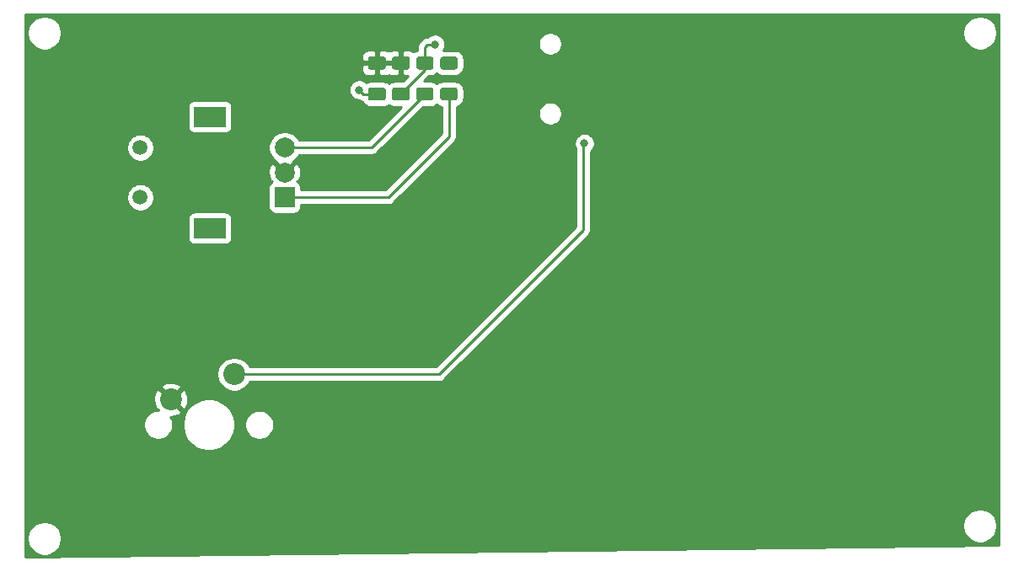
<source format=gtl>
G04 #@! TF.GenerationSoftware,KiCad,Pcbnew,(5.1.7)-1*
G04 #@! TF.CreationDate,2020-11-24T00:17:57-08:00*
G04 #@! TF.ProjectId,daughter_board,64617567-6874-4657-925f-626f6172642e,rev?*
G04 #@! TF.SameCoordinates,Original*
G04 #@! TF.FileFunction,Copper,L1,Top*
G04 #@! TF.FilePolarity,Positive*
%FSLAX46Y46*%
G04 Gerber Fmt 4.6, Leading zero omitted, Abs format (unit mm)*
G04 Created by KiCad (PCBNEW (5.1.7)-1) date 2020-11-24 00:17:57*
%MOMM*%
%LPD*%
G01*
G04 APERTURE LIST*
G04 #@! TA.AperFunction,ComponentPad*
%ADD10C,2.200000*%
G04 #@! TD*
G04 #@! TA.AperFunction,ComponentPad*
%ADD11C,1.500000*%
G04 #@! TD*
G04 #@! TA.AperFunction,ComponentPad*
%ADD12R,3.200000X2.000000*%
G04 #@! TD*
G04 #@! TA.AperFunction,ComponentPad*
%ADD13C,2.000000*%
G04 #@! TD*
G04 #@! TA.AperFunction,ComponentPad*
%ADD14R,2.000000X2.000000*%
G04 #@! TD*
G04 #@! TA.AperFunction,ViaPad*
%ADD15C,0.800000*%
G04 #@! TD*
G04 #@! TA.AperFunction,Conductor*
%ADD16C,0.250000*%
G04 #@! TD*
G04 #@! TA.AperFunction,Conductor*
%ADD17C,0.254000*%
G04 #@! TD*
G04 #@! TA.AperFunction,Conductor*
%ADD18C,0.100000*%
G04 #@! TD*
G04 APERTURE END LIST*
G04 #@! TA.AperFunction,SMDPad,CuDef*
G36*
G01*
X161051002Y-75377000D02*
X159750998Y-75377000D01*
G75*
G02*
X159501000Y-75127002I0J249998D01*
G01*
X159501000Y-74301998D01*
G75*
G02*
X159750998Y-74052000I249998J0D01*
G01*
X161051002Y-74052000D01*
G75*
G02*
X161301000Y-74301998I0J-249998D01*
G01*
X161301000Y-75127002D01*
G75*
G02*
X161051002Y-75377000I-249998J0D01*
G01*
G37*
G04 #@! TD.AperFunction*
G04 #@! TA.AperFunction,SMDPad,CuDef*
G36*
G01*
X161051002Y-72252000D02*
X159750998Y-72252000D01*
G75*
G02*
X159501000Y-72002002I0J249998D01*
G01*
X159501000Y-71176998D01*
G75*
G02*
X159750998Y-70927000I249998J0D01*
G01*
X161051002Y-70927000D01*
G75*
G02*
X161301000Y-71176998I0J-249998D01*
G01*
X161301000Y-72002002D01*
G75*
G02*
X161051002Y-72252000I-249998J0D01*
G01*
G37*
G04 #@! TD.AperFunction*
G04 #@! TA.AperFunction,SMDPad,CuDef*
G36*
G01*
X163464002Y-72252000D02*
X162163998Y-72252000D01*
G75*
G02*
X161914000Y-72002002I0J249998D01*
G01*
X161914000Y-71176998D01*
G75*
G02*
X162163998Y-70927000I249998J0D01*
G01*
X163464002Y-70927000D01*
G75*
G02*
X163714000Y-71176998I0J-249998D01*
G01*
X163714000Y-72002002D01*
G75*
G02*
X163464002Y-72252000I-249998J0D01*
G01*
G37*
G04 #@! TD.AperFunction*
G04 #@! TA.AperFunction,SMDPad,CuDef*
G36*
G01*
X163464002Y-75377000D02*
X162163998Y-75377000D01*
G75*
G02*
X161914000Y-75127002I0J249998D01*
G01*
X161914000Y-74301998D01*
G75*
G02*
X162163998Y-74052000I249998J0D01*
G01*
X163464002Y-74052000D01*
G75*
G02*
X163714000Y-74301998I0J-249998D01*
G01*
X163714000Y-75127002D01*
G75*
G02*
X163464002Y-75377000I-249998J0D01*
G01*
G37*
G04 #@! TD.AperFunction*
G04 #@! TA.AperFunction,SMDPad,CuDef*
G36*
G01*
X168265001Y-75352000D02*
X167014999Y-75352000D01*
G75*
G02*
X166765000Y-75102001I0J249999D01*
G01*
X166765000Y-74301999D01*
G75*
G02*
X167014999Y-74052000I249999J0D01*
G01*
X168265001Y-74052000D01*
G75*
G02*
X168515000Y-74301999I0J-249999D01*
G01*
X168515000Y-75102001D01*
G75*
G02*
X168265001Y-75352000I-249999J0D01*
G01*
G37*
G04 #@! TD.AperFunction*
G04 #@! TA.AperFunction,SMDPad,CuDef*
G36*
G01*
X168265001Y-72252000D02*
X167014999Y-72252000D01*
G75*
G02*
X166765000Y-72002001I0J249999D01*
G01*
X166765000Y-71201999D01*
G75*
G02*
X167014999Y-70952000I249999J0D01*
G01*
X168265001Y-70952000D01*
G75*
G02*
X168515000Y-71201999I0J-249999D01*
G01*
X168515000Y-72002001D01*
G75*
G02*
X168265001Y-72252000I-249999J0D01*
G01*
G37*
G04 #@! TD.AperFunction*
G04 #@! TA.AperFunction,SMDPad,CuDef*
G36*
G01*
X165852001Y-72252000D02*
X164601999Y-72252000D01*
G75*
G02*
X164352000Y-72002001I0J249999D01*
G01*
X164352000Y-71201999D01*
G75*
G02*
X164601999Y-70952000I249999J0D01*
G01*
X165852001Y-70952000D01*
G75*
G02*
X166102000Y-71201999I0J-249999D01*
G01*
X166102000Y-72002001D01*
G75*
G02*
X165852001Y-72252000I-249999J0D01*
G01*
G37*
G04 #@! TD.AperFunction*
G04 #@! TA.AperFunction,SMDPad,CuDef*
G36*
G01*
X165852001Y-75352000D02*
X164601999Y-75352000D01*
G75*
G02*
X164352000Y-75102001I0J249999D01*
G01*
X164352000Y-74301999D01*
G75*
G02*
X164601999Y-74052000I249999J0D01*
G01*
X165852001Y-74052000D01*
G75*
G02*
X166102000Y-74301999I0J-249999D01*
G01*
X166102000Y-75102001D01*
G75*
G02*
X165852001Y-75352000I-249999J0D01*
G01*
G37*
G04 #@! TD.AperFunction*
D10*
X146050000Y-102870000D03*
X139700000Y-105410000D03*
D11*
X136630000Y-80090000D03*
X136630000Y-85090000D03*
D12*
X143630000Y-76990000D03*
X143630000Y-88190000D03*
D13*
X151130000Y-80090000D03*
X151130000Y-82590000D03*
D14*
X151130000Y-85090000D03*
D15*
X158623000Y-74295000D03*
X167640000Y-71602000D03*
X174498000Y-78232000D03*
X166243000Y-69723000D03*
X181250000Y-79660000D03*
D16*
X160401000Y-74714500D02*
X159423500Y-74714500D01*
X159042500Y-74714500D02*
X158623000Y-74295000D01*
X160401000Y-74714500D02*
X159042500Y-74714500D01*
X162814000Y-71589500D02*
X160401000Y-71589500D01*
X151130000Y-82590000D02*
X151805000Y-82590000D01*
X162814000Y-74714500D02*
X162814000Y-74676000D01*
X165227000Y-72263000D02*
X165227000Y-71602000D01*
X162814000Y-74676000D02*
X165227000Y-72263000D01*
X166243000Y-69723000D02*
X165481000Y-69723000D01*
X165227000Y-69977000D02*
X165227000Y-71602000D01*
X165481000Y-69723000D02*
X165227000Y-69977000D01*
X151130000Y-85090000D02*
X161544000Y-85090000D01*
X167640000Y-78994000D02*
X167640000Y-74702000D01*
X161544000Y-85090000D02*
X167640000Y-78994000D01*
X151130000Y-85090000D02*
X151130000Y-84709000D01*
X151130000Y-85090000D02*
X151511000Y-85090000D01*
X151130000Y-85090000D02*
X152146000Y-85090000D01*
X159839000Y-80090000D02*
X165227000Y-74702000D01*
X151130000Y-80090000D02*
X159839000Y-80090000D01*
X151130000Y-80090000D02*
X151972000Y-80090000D01*
X146050000Y-102870000D02*
X166624000Y-102870000D01*
X166624000Y-102870000D02*
X181102000Y-88392000D01*
X181102000Y-79808000D02*
X181250000Y-79660000D01*
X181102000Y-88392000D02*
X181102000Y-79808000D01*
D17*
X222860000Y-114332418D02*
X222860001Y-114332428D01*
X222860000Y-119998408D01*
X125120000Y-121251484D01*
X125120000Y-119209117D01*
X125265000Y-119209117D01*
X125265000Y-119550883D01*
X125331675Y-119886081D01*
X125462463Y-120201831D01*
X125652337Y-120485998D01*
X125894002Y-120727663D01*
X126178169Y-120917537D01*
X126493919Y-121048325D01*
X126829117Y-121115000D01*
X127170883Y-121115000D01*
X127506081Y-121048325D01*
X127821831Y-120917537D01*
X128105998Y-120727663D01*
X128347663Y-120485998D01*
X128537537Y-120201831D01*
X128668325Y-119886081D01*
X128735000Y-119550883D01*
X128735000Y-119209117D01*
X128668325Y-118873919D01*
X128537537Y-118558169D01*
X128347663Y-118274002D01*
X128105998Y-118032337D01*
X127966485Y-117939117D01*
X219245000Y-117939117D01*
X219245000Y-118280883D01*
X219311675Y-118616081D01*
X219442463Y-118931831D01*
X219632337Y-119215998D01*
X219874002Y-119457663D01*
X220158169Y-119647537D01*
X220473919Y-119778325D01*
X220809117Y-119845000D01*
X221150883Y-119845000D01*
X221486081Y-119778325D01*
X221801831Y-119647537D01*
X222085998Y-119457663D01*
X222327663Y-119215998D01*
X222517537Y-118931831D01*
X222648325Y-118616081D01*
X222715000Y-118280883D01*
X222715000Y-117939117D01*
X222648325Y-117603919D01*
X222517537Y-117288169D01*
X222327663Y-117004002D01*
X222085998Y-116762337D01*
X221801831Y-116572463D01*
X221486081Y-116441675D01*
X221150883Y-116375000D01*
X220809117Y-116375000D01*
X220473919Y-116441675D01*
X220158169Y-116572463D01*
X219874002Y-116762337D01*
X219632337Y-117004002D01*
X219442463Y-117288169D01*
X219311675Y-117603919D01*
X219245000Y-117939117D01*
X127966485Y-117939117D01*
X127821831Y-117842463D01*
X127506081Y-117711675D01*
X127170883Y-117645000D01*
X126829117Y-117645000D01*
X126493919Y-117711675D01*
X126178169Y-117842463D01*
X125894002Y-118032337D01*
X125652337Y-118274002D01*
X125462463Y-118558169D01*
X125331675Y-118873919D01*
X125265000Y-119209117D01*
X125120000Y-119209117D01*
X125120000Y-107803740D01*
X136945000Y-107803740D01*
X136945000Y-108096260D01*
X137002068Y-108383158D01*
X137114010Y-108653411D01*
X137276525Y-108896632D01*
X137483368Y-109103475D01*
X137726589Y-109265990D01*
X137996842Y-109377932D01*
X138283740Y-109435000D01*
X138576260Y-109435000D01*
X138863158Y-109377932D01*
X139133411Y-109265990D01*
X139376632Y-109103475D01*
X139583475Y-108896632D01*
X139745990Y-108653411D01*
X139857932Y-108383158D01*
X139915000Y-108096260D01*
X139915000Y-107803740D01*
X139892471Y-107690475D01*
X140875000Y-107690475D01*
X140875000Y-108209525D01*
X140976261Y-108718601D01*
X141174893Y-109198141D01*
X141463262Y-109629715D01*
X141830285Y-109996738D01*
X142261859Y-110285107D01*
X142741399Y-110483739D01*
X143250475Y-110585000D01*
X143769525Y-110585000D01*
X144278601Y-110483739D01*
X144758141Y-110285107D01*
X145189715Y-109996738D01*
X145556738Y-109629715D01*
X145845107Y-109198141D01*
X146043739Y-108718601D01*
X146145000Y-108209525D01*
X146145000Y-107803740D01*
X147105000Y-107803740D01*
X147105000Y-108096260D01*
X147162068Y-108383158D01*
X147274010Y-108653411D01*
X147436525Y-108896632D01*
X147643368Y-109103475D01*
X147886589Y-109265990D01*
X148156842Y-109377932D01*
X148443740Y-109435000D01*
X148736260Y-109435000D01*
X149023158Y-109377932D01*
X149293411Y-109265990D01*
X149536632Y-109103475D01*
X149743475Y-108896632D01*
X149905990Y-108653411D01*
X150017932Y-108383158D01*
X150075000Y-108096260D01*
X150075000Y-107803740D01*
X150017932Y-107516842D01*
X149905990Y-107246589D01*
X149743475Y-107003368D01*
X149536632Y-106796525D01*
X149293411Y-106634010D01*
X149023158Y-106522068D01*
X148736260Y-106465000D01*
X148443740Y-106465000D01*
X148156842Y-106522068D01*
X147886589Y-106634010D01*
X147643368Y-106796525D01*
X147436525Y-107003368D01*
X147274010Y-107246589D01*
X147162068Y-107516842D01*
X147105000Y-107803740D01*
X146145000Y-107803740D01*
X146145000Y-107690475D01*
X146043739Y-107181399D01*
X145845107Y-106701859D01*
X145556738Y-106270285D01*
X145189715Y-105903262D01*
X144758141Y-105614893D01*
X144278601Y-105416261D01*
X143769525Y-105315000D01*
X143250475Y-105315000D01*
X142741399Y-105416261D01*
X142261859Y-105614893D01*
X141830285Y-105903262D01*
X141463262Y-106270285D01*
X141174893Y-106701859D01*
X140976261Y-107181399D01*
X140875000Y-107690475D01*
X139892471Y-107690475D01*
X139857932Y-107516842D01*
X139745990Y-107246589D01*
X139679650Y-107147304D01*
X139758639Y-107152409D01*
X140097439Y-107107489D01*
X140420966Y-106997336D01*
X140619274Y-106891338D01*
X140727107Y-106616712D01*
X139700000Y-105589605D01*
X139685858Y-105603748D01*
X139506253Y-105424143D01*
X139520395Y-105410000D01*
X139879605Y-105410000D01*
X140906712Y-106437107D01*
X141181338Y-106329274D01*
X141332216Y-106022616D01*
X141420369Y-105692415D01*
X141442409Y-105351361D01*
X141397489Y-105012561D01*
X141287336Y-104689034D01*
X141181338Y-104490726D01*
X140906712Y-104382893D01*
X139879605Y-105410000D01*
X139520395Y-105410000D01*
X138493288Y-104382893D01*
X138218662Y-104490726D01*
X138067784Y-104797384D01*
X137979631Y-105127585D01*
X137957591Y-105468639D01*
X138002511Y-105807439D01*
X138112664Y-106130966D01*
X138218662Y-106329274D01*
X138493286Y-106437106D01*
X138465392Y-106465000D01*
X138283740Y-106465000D01*
X137996842Y-106522068D01*
X137726589Y-106634010D01*
X137483368Y-106796525D01*
X137276525Y-107003368D01*
X137114010Y-107246589D01*
X137002068Y-107516842D01*
X136945000Y-107803740D01*
X125120000Y-107803740D01*
X125120000Y-104203288D01*
X138672893Y-104203288D01*
X139700000Y-105230395D01*
X140727107Y-104203288D01*
X140619274Y-103928662D01*
X140312616Y-103777784D01*
X139982415Y-103689631D01*
X139641361Y-103667591D01*
X139302561Y-103712511D01*
X138979034Y-103822664D01*
X138780726Y-103928662D01*
X138672893Y-104203288D01*
X125120000Y-104203288D01*
X125120000Y-102699117D01*
X144315000Y-102699117D01*
X144315000Y-103040883D01*
X144381675Y-103376081D01*
X144512463Y-103691831D01*
X144702337Y-103975998D01*
X144944002Y-104217663D01*
X145228169Y-104407537D01*
X145543919Y-104538325D01*
X145879117Y-104605000D01*
X146220883Y-104605000D01*
X146556081Y-104538325D01*
X146871831Y-104407537D01*
X147155998Y-104217663D01*
X147397663Y-103975998D01*
X147587537Y-103691831D01*
X147613148Y-103630000D01*
X166586678Y-103630000D01*
X166624000Y-103633676D01*
X166661322Y-103630000D01*
X166661333Y-103630000D01*
X166772986Y-103619003D01*
X166916247Y-103575546D01*
X167048276Y-103504974D01*
X167164001Y-103410001D01*
X167187804Y-103380997D01*
X181613004Y-88955798D01*
X181642001Y-88932001D01*
X181668332Y-88899917D01*
X181736974Y-88816277D01*
X181807546Y-88684247D01*
X181807546Y-88684246D01*
X181851003Y-88540986D01*
X181862000Y-88429333D01*
X181862000Y-88429323D01*
X181865676Y-88392000D01*
X181862000Y-88354677D01*
X181862000Y-80495858D01*
X181909774Y-80463937D01*
X182053937Y-80319774D01*
X182167205Y-80150256D01*
X182245226Y-79961898D01*
X182285000Y-79761939D01*
X182285000Y-79558061D01*
X182245226Y-79358102D01*
X182167205Y-79169744D01*
X182053937Y-79000226D01*
X181909774Y-78856063D01*
X181740256Y-78742795D01*
X181551898Y-78664774D01*
X181351939Y-78625000D01*
X181148061Y-78625000D01*
X180948102Y-78664774D01*
X180759744Y-78742795D01*
X180590226Y-78856063D01*
X180446063Y-79000226D01*
X180332795Y-79169744D01*
X180254774Y-79358102D01*
X180215000Y-79558061D01*
X180215000Y-79761939D01*
X180254774Y-79961898D01*
X180332795Y-80150256D01*
X180342001Y-80164034D01*
X180342000Y-88077198D01*
X166309199Y-102110000D01*
X147613148Y-102110000D01*
X147587537Y-102048169D01*
X147397663Y-101764002D01*
X147155998Y-101522337D01*
X146871831Y-101332463D01*
X146556081Y-101201675D01*
X146220883Y-101135000D01*
X145879117Y-101135000D01*
X145543919Y-101201675D01*
X145228169Y-101332463D01*
X144944002Y-101522337D01*
X144702337Y-101764002D01*
X144512463Y-102048169D01*
X144381675Y-102363919D01*
X144315000Y-102699117D01*
X125120000Y-102699117D01*
X125120000Y-87190000D01*
X141391928Y-87190000D01*
X141391928Y-89190000D01*
X141404188Y-89314482D01*
X141440498Y-89434180D01*
X141499463Y-89544494D01*
X141578815Y-89641185D01*
X141675506Y-89720537D01*
X141785820Y-89779502D01*
X141905518Y-89815812D01*
X142030000Y-89828072D01*
X145230000Y-89828072D01*
X145354482Y-89815812D01*
X145474180Y-89779502D01*
X145584494Y-89720537D01*
X145681185Y-89641185D01*
X145760537Y-89544494D01*
X145819502Y-89434180D01*
X145855812Y-89314482D01*
X145868072Y-89190000D01*
X145868072Y-87190000D01*
X145855812Y-87065518D01*
X145819502Y-86945820D01*
X145760537Y-86835506D01*
X145681185Y-86738815D01*
X145584494Y-86659463D01*
X145474180Y-86600498D01*
X145354482Y-86564188D01*
X145230000Y-86551928D01*
X142030000Y-86551928D01*
X141905518Y-86564188D01*
X141785820Y-86600498D01*
X141675506Y-86659463D01*
X141578815Y-86738815D01*
X141499463Y-86835506D01*
X141440498Y-86945820D01*
X141404188Y-87065518D01*
X141391928Y-87190000D01*
X125120000Y-87190000D01*
X125120000Y-84953589D01*
X135245000Y-84953589D01*
X135245000Y-85226411D01*
X135298225Y-85493989D01*
X135402629Y-85746043D01*
X135554201Y-85972886D01*
X135747114Y-86165799D01*
X135973957Y-86317371D01*
X136226011Y-86421775D01*
X136493589Y-86475000D01*
X136766411Y-86475000D01*
X137033989Y-86421775D01*
X137286043Y-86317371D01*
X137512886Y-86165799D01*
X137705799Y-85972886D01*
X137857371Y-85746043D01*
X137961775Y-85493989D01*
X138015000Y-85226411D01*
X138015000Y-84953589D01*
X137961775Y-84686011D01*
X137857371Y-84433957D01*
X137705799Y-84207114D01*
X137512886Y-84014201D01*
X137286043Y-83862629D01*
X137033989Y-83758225D01*
X136766411Y-83705000D01*
X136493589Y-83705000D01*
X136226011Y-83758225D01*
X135973957Y-83862629D01*
X135747114Y-84014201D01*
X135554201Y-84207114D01*
X135402629Y-84433957D01*
X135298225Y-84686011D01*
X135245000Y-84953589D01*
X125120000Y-84953589D01*
X125120000Y-82652595D01*
X149488282Y-82652595D01*
X149532039Y-82971675D01*
X149637205Y-83276088D01*
X149730186Y-83450044D01*
X149879223Y-83504024D01*
X149775506Y-83559463D01*
X149678815Y-83638815D01*
X149599463Y-83735506D01*
X149540498Y-83845820D01*
X149504188Y-83965518D01*
X149491928Y-84090000D01*
X149491928Y-86090000D01*
X149504188Y-86214482D01*
X149540498Y-86334180D01*
X149599463Y-86444494D01*
X149678815Y-86541185D01*
X149775506Y-86620537D01*
X149885820Y-86679502D01*
X150005518Y-86715812D01*
X150130000Y-86728072D01*
X152130000Y-86728072D01*
X152254482Y-86715812D01*
X152374180Y-86679502D01*
X152484494Y-86620537D01*
X152581185Y-86541185D01*
X152660537Y-86444494D01*
X152719502Y-86334180D01*
X152755812Y-86214482D01*
X152768072Y-86090000D01*
X152768072Y-85850000D01*
X161506678Y-85850000D01*
X161544000Y-85853676D01*
X161581322Y-85850000D01*
X161581333Y-85850000D01*
X161692986Y-85839003D01*
X161836247Y-85795546D01*
X161968276Y-85724974D01*
X162084001Y-85630001D01*
X162107804Y-85600997D01*
X168151004Y-79557798D01*
X168180001Y-79534001D01*
X168206332Y-79501917D01*
X168274974Y-79418277D01*
X168345546Y-79286247D01*
X168351081Y-79267999D01*
X168389003Y-79142986D01*
X168400000Y-79031333D01*
X168400000Y-79031323D01*
X168403676Y-78994000D01*
X168400000Y-78956677D01*
X168400000Y-76543288D01*
X176615000Y-76543288D01*
X176615000Y-76776712D01*
X176660539Y-77005652D01*
X176749866Y-77221308D01*
X176879550Y-77415394D01*
X177044606Y-77580450D01*
X177238692Y-77710134D01*
X177454348Y-77799461D01*
X177683288Y-77845000D01*
X177916712Y-77845000D01*
X178145652Y-77799461D01*
X178361308Y-77710134D01*
X178555394Y-77580450D01*
X178720450Y-77415394D01*
X178850134Y-77221308D01*
X178939461Y-77005652D01*
X178985000Y-76776712D01*
X178985000Y-76543288D01*
X178939461Y-76314348D01*
X178850134Y-76098692D01*
X178720450Y-75904606D01*
X178555394Y-75739550D01*
X178361308Y-75609866D01*
X178145652Y-75520539D01*
X177916712Y-75475000D01*
X177683288Y-75475000D01*
X177454348Y-75520539D01*
X177238692Y-75609866D01*
X177044606Y-75739550D01*
X176879550Y-75904606D01*
X176749866Y-76098692D01*
X176660539Y-76314348D01*
X176615000Y-76543288D01*
X168400000Y-76543288D01*
X168400000Y-75976776D01*
X168438255Y-75973008D01*
X168604851Y-75922472D01*
X168758387Y-75840405D01*
X168892962Y-75729962D01*
X169003405Y-75595387D01*
X169085472Y-75441851D01*
X169136008Y-75275255D01*
X169153072Y-75102001D01*
X169153072Y-74301999D01*
X169136008Y-74128745D01*
X169085472Y-73962149D01*
X169003405Y-73808613D01*
X168892962Y-73674038D01*
X168758387Y-73563595D01*
X168604851Y-73481528D01*
X168438255Y-73430992D01*
X168265001Y-73413928D01*
X167014999Y-73413928D01*
X166841745Y-73430992D01*
X166675149Y-73481528D01*
X166521613Y-73563595D01*
X166433500Y-73635908D01*
X166345387Y-73563595D01*
X166191851Y-73481528D01*
X166025255Y-73430992D01*
X165852001Y-73413928D01*
X165150874Y-73413928D01*
X165674730Y-72890072D01*
X165852001Y-72890072D01*
X166025255Y-72873008D01*
X166191851Y-72822472D01*
X166345387Y-72740405D01*
X166433500Y-72668092D01*
X166521613Y-72740405D01*
X166675149Y-72822472D01*
X166841745Y-72873008D01*
X167014999Y-72890072D01*
X168265001Y-72890072D01*
X168438255Y-72873008D01*
X168604851Y-72822472D01*
X168758387Y-72740405D01*
X168892962Y-72629962D01*
X169003405Y-72495387D01*
X169085472Y-72341851D01*
X169136008Y-72175255D01*
X169153072Y-72002001D01*
X169153072Y-71201999D01*
X169136008Y-71028745D01*
X169085472Y-70862149D01*
X169003405Y-70708613D01*
X168892962Y-70574038D01*
X168758387Y-70463595D01*
X168604851Y-70381528D01*
X168438255Y-70330992D01*
X168265001Y-70313928D01*
X167092938Y-70313928D01*
X167160205Y-70213256D01*
X167238226Y-70024898D01*
X167278000Y-69824939D01*
X167278000Y-69621061D01*
X167262531Y-69543288D01*
X176615000Y-69543288D01*
X176615000Y-69776712D01*
X176660539Y-70005652D01*
X176749866Y-70221308D01*
X176879550Y-70415394D01*
X177044606Y-70580450D01*
X177238692Y-70710134D01*
X177454348Y-70799461D01*
X177683288Y-70845000D01*
X177916712Y-70845000D01*
X178145652Y-70799461D01*
X178361308Y-70710134D01*
X178555394Y-70580450D01*
X178720450Y-70415394D01*
X178850134Y-70221308D01*
X178939461Y-70005652D01*
X178985000Y-69776712D01*
X178985000Y-69543288D01*
X178939461Y-69314348D01*
X178850134Y-69098692D01*
X178720450Y-68904606D01*
X178555394Y-68739550D01*
X178361308Y-68609866D01*
X178145652Y-68520539D01*
X177916712Y-68475000D01*
X177683288Y-68475000D01*
X177454348Y-68520539D01*
X177238692Y-68609866D01*
X177044606Y-68739550D01*
X176879550Y-68904606D01*
X176749866Y-69098692D01*
X176660539Y-69314348D01*
X176615000Y-69543288D01*
X167262531Y-69543288D01*
X167238226Y-69421102D01*
X167160205Y-69232744D01*
X167046937Y-69063226D01*
X166902774Y-68919063D01*
X166733256Y-68805795D01*
X166544898Y-68727774D01*
X166344939Y-68688000D01*
X166141061Y-68688000D01*
X165941102Y-68727774D01*
X165752744Y-68805795D01*
X165583226Y-68919063D01*
X165539289Y-68963000D01*
X165518322Y-68963000D01*
X165480999Y-68959324D01*
X165443676Y-68963000D01*
X165443667Y-68963000D01*
X165332014Y-68973997D01*
X165188753Y-69017454D01*
X165056724Y-69088026D01*
X164940999Y-69182999D01*
X164917196Y-69212003D01*
X164716003Y-69413196D01*
X164686999Y-69436999D01*
X164631871Y-69504174D01*
X164592026Y-69552724D01*
X164580646Y-69574015D01*
X164521454Y-69684754D01*
X164477997Y-69828015D01*
X164467000Y-69939668D01*
X164467000Y-69939678D01*
X164463324Y-69977000D01*
X164467000Y-70014323D01*
X164467000Y-70327224D01*
X164428745Y-70330992D01*
X164262149Y-70381528D01*
X164133855Y-70450103D01*
X164068494Y-70396463D01*
X163958180Y-70337498D01*
X163838482Y-70301188D01*
X163714000Y-70288928D01*
X163099750Y-70292000D01*
X162941000Y-70450750D01*
X162941000Y-71462500D01*
X162961000Y-71462500D01*
X162961000Y-71716500D01*
X162941000Y-71716500D01*
X162941000Y-72728250D01*
X163099750Y-72887000D01*
X163526066Y-72889132D01*
X163001271Y-73413928D01*
X162163998Y-73413928D01*
X161990744Y-73430992D01*
X161824148Y-73481528D01*
X161670613Y-73563595D01*
X161607500Y-73615391D01*
X161544387Y-73563595D01*
X161390852Y-73481528D01*
X161224256Y-73430992D01*
X161051002Y-73413928D01*
X159750998Y-73413928D01*
X159577744Y-73430992D01*
X159411148Y-73481528D01*
X159321277Y-73529566D01*
X159282774Y-73491063D01*
X159113256Y-73377795D01*
X158924898Y-73299774D01*
X158724939Y-73260000D01*
X158521061Y-73260000D01*
X158321102Y-73299774D01*
X158132744Y-73377795D01*
X157963226Y-73491063D01*
X157819063Y-73635226D01*
X157705795Y-73804744D01*
X157627774Y-73993102D01*
X157588000Y-74193061D01*
X157588000Y-74396939D01*
X157627774Y-74596898D01*
X157705795Y-74785256D01*
X157819063Y-74954774D01*
X157963226Y-75098937D01*
X158132744Y-75212205D01*
X158321102Y-75290226D01*
X158521061Y-75330000D01*
X158594495Y-75330000D01*
X158618224Y-75349474D01*
X158645752Y-75364188D01*
X158750253Y-75420046D01*
X158893514Y-75463503D01*
X158930695Y-75467165D01*
X159012595Y-75620387D01*
X159123038Y-75754962D01*
X159257613Y-75865405D01*
X159411148Y-75947472D01*
X159577744Y-75998008D01*
X159750998Y-76015072D01*
X161051002Y-76015072D01*
X161224256Y-75998008D01*
X161390852Y-75947472D01*
X161544387Y-75865405D01*
X161607500Y-75813609D01*
X161670613Y-75865405D01*
X161824148Y-75947472D01*
X161990744Y-75998008D01*
X162163998Y-76015072D01*
X162839126Y-76015072D01*
X159524199Y-79330000D01*
X152584909Y-79330000D01*
X152578918Y-79315537D01*
X152399987Y-79047748D01*
X152172252Y-78820013D01*
X151904463Y-78641082D01*
X151606912Y-78517832D01*
X151291033Y-78455000D01*
X150968967Y-78455000D01*
X150653088Y-78517832D01*
X150355537Y-78641082D01*
X150087748Y-78820013D01*
X149860013Y-79047748D01*
X149681082Y-79315537D01*
X149557832Y-79613088D01*
X149495000Y-79928967D01*
X149495000Y-80251033D01*
X149557832Y-80566912D01*
X149681082Y-80864463D01*
X149860013Y-81132252D01*
X150087748Y-81359987D01*
X150184935Y-81424925D01*
X150174192Y-81454587D01*
X151130000Y-82410395D01*
X152085808Y-81454587D01*
X152075065Y-81424925D01*
X152172252Y-81359987D01*
X152399987Y-81132252D01*
X152578918Y-80864463D01*
X152584909Y-80850000D01*
X159801678Y-80850000D01*
X159839000Y-80853676D01*
X159876322Y-80850000D01*
X159876333Y-80850000D01*
X159987986Y-80839003D01*
X160131247Y-80795546D01*
X160263276Y-80724974D01*
X160379001Y-80630001D01*
X160402804Y-80600997D01*
X165013730Y-75990072D01*
X165852001Y-75990072D01*
X166025255Y-75973008D01*
X166191851Y-75922472D01*
X166345387Y-75840405D01*
X166433500Y-75768092D01*
X166521613Y-75840405D01*
X166675149Y-75922472D01*
X166841745Y-75973008D01*
X166880001Y-75976776D01*
X166880000Y-78679198D01*
X161229199Y-84330000D01*
X152768072Y-84330000D01*
X152768072Y-84090000D01*
X152755812Y-83965518D01*
X152719502Y-83845820D01*
X152660537Y-83735506D01*
X152581185Y-83638815D01*
X152484494Y-83559463D01*
X152380777Y-83504024D01*
X152529814Y-83450044D01*
X152670704Y-83160429D01*
X152752384Y-82848892D01*
X152771718Y-82527405D01*
X152727961Y-82208325D01*
X152622795Y-81903912D01*
X152529814Y-81729956D01*
X152265413Y-81634192D01*
X151309605Y-82590000D01*
X151323748Y-82604143D01*
X151144143Y-82783748D01*
X151130000Y-82769605D01*
X151115858Y-82783748D01*
X150936253Y-82604143D01*
X150950395Y-82590000D01*
X149994587Y-81634192D01*
X149730186Y-81729956D01*
X149589296Y-82019571D01*
X149507616Y-82331108D01*
X149488282Y-82652595D01*
X125120000Y-82652595D01*
X125120000Y-79953589D01*
X135245000Y-79953589D01*
X135245000Y-80226411D01*
X135298225Y-80493989D01*
X135402629Y-80746043D01*
X135554201Y-80972886D01*
X135747114Y-81165799D01*
X135973957Y-81317371D01*
X136226011Y-81421775D01*
X136493589Y-81475000D01*
X136766411Y-81475000D01*
X137033989Y-81421775D01*
X137286043Y-81317371D01*
X137512886Y-81165799D01*
X137705799Y-80972886D01*
X137857371Y-80746043D01*
X137961775Y-80493989D01*
X138015000Y-80226411D01*
X138015000Y-79953589D01*
X137961775Y-79686011D01*
X137857371Y-79433957D01*
X137705799Y-79207114D01*
X137512886Y-79014201D01*
X137286043Y-78862629D01*
X137033989Y-78758225D01*
X136766411Y-78705000D01*
X136493589Y-78705000D01*
X136226011Y-78758225D01*
X135973957Y-78862629D01*
X135747114Y-79014201D01*
X135554201Y-79207114D01*
X135402629Y-79433957D01*
X135298225Y-79686011D01*
X135245000Y-79953589D01*
X125120000Y-79953589D01*
X125120000Y-75990000D01*
X141391928Y-75990000D01*
X141391928Y-77990000D01*
X141404188Y-78114482D01*
X141440498Y-78234180D01*
X141499463Y-78344494D01*
X141578815Y-78441185D01*
X141675506Y-78520537D01*
X141785820Y-78579502D01*
X141905518Y-78615812D01*
X142030000Y-78628072D01*
X145230000Y-78628072D01*
X145354482Y-78615812D01*
X145474180Y-78579502D01*
X145584494Y-78520537D01*
X145681185Y-78441185D01*
X145760537Y-78344494D01*
X145819502Y-78234180D01*
X145855812Y-78114482D01*
X145868072Y-77990000D01*
X145868072Y-75990000D01*
X145855812Y-75865518D01*
X145819502Y-75745820D01*
X145760537Y-75635506D01*
X145681185Y-75538815D01*
X145584494Y-75459463D01*
X145474180Y-75400498D01*
X145354482Y-75364188D01*
X145230000Y-75351928D01*
X142030000Y-75351928D01*
X141905518Y-75364188D01*
X141785820Y-75400498D01*
X141675506Y-75459463D01*
X141578815Y-75538815D01*
X141499463Y-75635506D01*
X141440498Y-75745820D01*
X141404188Y-75865518D01*
X141391928Y-75990000D01*
X125120000Y-75990000D01*
X125120000Y-72252000D01*
X158862928Y-72252000D01*
X158875188Y-72376482D01*
X158911498Y-72496180D01*
X158970463Y-72606494D01*
X159049815Y-72703185D01*
X159146506Y-72782537D01*
X159256820Y-72841502D01*
X159376518Y-72877812D01*
X159501000Y-72890072D01*
X160115250Y-72887000D01*
X160274000Y-72728250D01*
X160274000Y-71716500D01*
X160528000Y-71716500D01*
X160528000Y-72728250D01*
X160686750Y-72887000D01*
X161301000Y-72890072D01*
X161425482Y-72877812D01*
X161545180Y-72841502D01*
X161607500Y-72808191D01*
X161669820Y-72841502D01*
X161789518Y-72877812D01*
X161914000Y-72890072D01*
X162528250Y-72887000D01*
X162687000Y-72728250D01*
X162687000Y-71716500D01*
X160528000Y-71716500D01*
X160274000Y-71716500D01*
X159024750Y-71716500D01*
X158866000Y-71875250D01*
X158862928Y-72252000D01*
X125120000Y-72252000D01*
X125120000Y-70927000D01*
X158862928Y-70927000D01*
X158866000Y-71303750D01*
X159024750Y-71462500D01*
X160274000Y-71462500D01*
X160274000Y-70450750D01*
X160528000Y-70450750D01*
X160528000Y-71462500D01*
X162687000Y-71462500D01*
X162687000Y-70450750D01*
X162528250Y-70292000D01*
X161914000Y-70288928D01*
X161789518Y-70301188D01*
X161669820Y-70337498D01*
X161607500Y-70370809D01*
X161545180Y-70337498D01*
X161425482Y-70301188D01*
X161301000Y-70288928D01*
X160686750Y-70292000D01*
X160528000Y-70450750D01*
X160274000Y-70450750D01*
X160115250Y-70292000D01*
X159501000Y-70288928D01*
X159376518Y-70301188D01*
X159256820Y-70337498D01*
X159146506Y-70396463D01*
X159049815Y-70475815D01*
X158970463Y-70572506D01*
X158911498Y-70682820D01*
X158875188Y-70802518D01*
X158862928Y-70927000D01*
X125120000Y-70927000D01*
X125120000Y-68409117D01*
X125265000Y-68409117D01*
X125265000Y-68750883D01*
X125331675Y-69086081D01*
X125462463Y-69401831D01*
X125652337Y-69685998D01*
X125894002Y-69927663D01*
X126178169Y-70117537D01*
X126493919Y-70248325D01*
X126829117Y-70315000D01*
X127170883Y-70315000D01*
X127506081Y-70248325D01*
X127821831Y-70117537D01*
X128105998Y-69927663D01*
X128347663Y-69685998D01*
X128537537Y-69401831D01*
X128668325Y-69086081D01*
X128735000Y-68750883D01*
X128735000Y-68409117D01*
X219245000Y-68409117D01*
X219245000Y-68750883D01*
X219311675Y-69086081D01*
X219442463Y-69401831D01*
X219632337Y-69685998D01*
X219874002Y-69927663D01*
X220158169Y-70117537D01*
X220473919Y-70248325D01*
X220809117Y-70315000D01*
X221150883Y-70315000D01*
X221486081Y-70248325D01*
X221801831Y-70117537D01*
X222085998Y-69927663D01*
X222327663Y-69685998D01*
X222517537Y-69401831D01*
X222648325Y-69086081D01*
X222715000Y-68750883D01*
X222715000Y-68409117D01*
X222648325Y-68073919D01*
X222517537Y-67758169D01*
X222327663Y-67474002D01*
X222085998Y-67232337D01*
X221801831Y-67042463D01*
X221486081Y-66911675D01*
X221150883Y-66845000D01*
X220809117Y-66845000D01*
X220473919Y-66911675D01*
X220158169Y-67042463D01*
X219874002Y-67232337D01*
X219632337Y-67474002D01*
X219442463Y-67758169D01*
X219311675Y-68073919D01*
X219245000Y-68409117D01*
X128735000Y-68409117D01*
X128668325Y-68073919D01*
X128537537Y-67758169D01*
X128347663Y-67474002D01*
X128105998Y-67232337D01*
X127821831Y-67042463D01*
X127506081Y-66911675D01*
X127170883Y-66845000D01*
X126829117Y-66845000D01*
X126493919Y-66911675D01*
X126178169Y-67042463D01*
X125894002Y-67232337D01*
X125652337Y-67474002D01*
X125462463Y-67758169D01*
X125331675Y-68073919D01*
X125265000Y-68409117D01*
X125120000Y-68409117D01*
X125120000Y-66700000D01*
X222860001Y-66700000D01*
X222860000Y-114332418D01*
G04 #@! TA.AperFunction,Conductor*
D18*
G36*
X222860000Y-114332418D02*
G01*
X222860001Y-114332428D01*
X222860000Y-119998408D01*
X125120000Y-121251484D01*
X125120000Y-119209117D01*
X125265000Y-119209117D01*
X125265000Y-119550883D01*
X125331675Y-119886081D01*
X125462463Y-120201831D01*
X125652337Y-120485998D01*
X125894002Y-120727663D01*
X126178169Y-120917537D01*
X126493919Y-121048325D01*
X126829117Y-121115000D01*
X127170883Y-121115000D01*
X127506081Y-121048325D01*
X127821831Y-120917537D01*
X128105998Y-120727663D01*
X128347663Y-120485998D01*
X128537537Y-120201831D01*
X128668325Y-119886081D01*
X128735000Y-119550883D01*
X128735000Y-119209117D01*
X128668325Y-118873919D01*
X128537537Y-118558169D01*
X128347663Y-118274002D01*
X128105998Y-118032337D01*
X127966485Y-117939117D01*
X219245000Y-117939117D01*
X219245000Y-118280883D01*
X219311675Y-118616081D01*
X219442463Y-118931831D01*
X219632337Y-119215998D01*
X219874002Y-119457663D01*
X220158169Y-119647537D01*
X220473919Y-119778325D01*
X220809117Y-119845000D01*
X221150883Y-119845000D01*
X221486081Y-119778325D01*
X221801831Y-119647537D01*
X222085998Y-119457663D01*
X222327663Y-119215998D01*
X222517537Y-118931831D01*
X222648325Y-118616081D01*
X222715000Y-118280883D01*
X222715000Y-117939117D01*
X222648325Y-117603919D01*
X222517537Y-117288169D01*
X222327663Y-117004002D01*
X222085998Y-116762337D01*
X221801831Y-116572463D01*
X221486081Y-116441675D01*
X221150883Y-116375000D01*
X220809117Y-116375000D01*
X220473919Y-116441675D01*
X220158169Y-116572463D01*
X219874002Y-116762337D01*
X219632337Y-117004002D01*
X219442463Y-117288169D01*
X219311675Y-117603919D01*
X219245000Y-117939117D01*
X127966485Y-117939117D01*
X127821831Y-117842463D01*
X127506081Y-117711675D01*
X127170883Y-117645000D01*
X126829117Y-117645000D01*
X126493919Y-117711675D01*
X126178169Y-117842463D01*
X125894002Y-118032337D01*
X125652337Y-118274002D01*
X125462463Y-118558169D01*
X125331675Y-118873919D01*
X125265000Y-119209117D01*
X125120000Y-119209117D01*
X125120000Y-107803740D01*
X136945000Y-107803740D01*
X136945000Y-108096260D01*
X137002068Y-108383158D01*
X137114010Y-108653411D01*
X137276525Y-108896632D01*
X137483368Y-109103475D01*
X137726589Y-109265990D01*
X137996842Y-109377932D01*
X138283740Y-109435000D01*
X138576260Y-109435000D01*
X138863158Y-109377932D01*
X139133411Y-109265990D01*
X139376632Y-109103475D01*
X139583475Y-108896632D01*
X139745990Y-108653411D01*
X139857932Y-108383158D01*
X139915000Y-108096260D01*
X139915000Y-107803740D01*
X139892471Y-107690475D01*
X140875000Y-107690475D01*
X140875000Y-108209525D01*
X140976261Y-108718601D01*
X141174893Y-109198141D01*
X141463262Y-109629715D01*
X141830285Y-109996738D01*
X142261859Y-110285107D01*
X142741399Y-110483739D01*
X143250475Y-110585000D01*
X143769525Y-110585000D01*
X144278601Y-110483739D01*
X144758141Y-110285107D01*
X145189715Y-109996738D01*
X145556738Y-109629715D01*
X145845107Y-109198141D01*
X146043739Y-108718601D01*
X146145000Y-108209525D01*
X146145000Y-107803740D01*
X147105000Y-107803740D01*
X147105000Y-108096260D01*
X147162068Y-108383158D01*
X147274010Y-108653411D01*
X147436525Y-108896632D01*
X147643368Y-109103475D01*
X147886589Y-109265990D01*
X148156842Y-109377932D01*
X148443740Y-109435000D01*
X148736260Y-109435000D01*
X149023158Y-109377932D01*
X149293411Y-109265990D01*
X149536632Y-109103475D01*
X149743475Y-108896632D01*
X149905990Y-108653411D01*
X150017932Y-108383158D01*
X150075000Y-108096260D01*
X150075000Y-107803740D01*
X150017932Y-107516842D01*
X149905990Y-107246589D01*
X149743475Y-107003368D01*
X149536632Y-106796525D01*
X149293411Y-106634010D01*
X149023158Y-106522068D01*
X148736260Y-106465000D01*
X148443740Y-106465000D01*
X148156842Y-106522068D01*
X147886589Y-106634010D01*
X147643368Y-106796525D01*
X147436525Y-107003368D01*
X147274010Y-107246589D01*
X147162068Y-107516842D01*
X147105000Y-107803740D01*
X146145000Y-107803740D01*
X146145000Y-107690475D01*
X146043739Y-107181399D01*
X145845107Y-106701859D01*
X145556738Y-106270285D01*
X145189715Y-105903262D01*
X144758141Y-105614893D01*
X144278601Y-105416261D01*
X143769525Y-105315000D01*
X143250475Y-105315000D01*
X142741399Y-105416261D01*
X142261859Y-105614893D01*
X141830285Y-105903262D01*
X141463262Y-106270285D01*
X141174893Y-106701859D01*
X140976261Y-107181399D01*
X140875000Y-107690475D01*
X139892471Y-107690475D01*
X139857932Y-107516842D01*
X139745990Y-107246589D01*
X139679650Y-107147304D01*
X139758639Y-107152409D01*
X140097439Y-107107489D01*
X140420966Y-106997336D01*
X140619274Y-106891338D01*
X140727107Y-106616712D01*
X139700000Y-105589605D01*
X139685858Y-105603748D01*
X139506253Y-105424143D01*
X139520395Y-105410000D01*
X139879605Y-105410000D01*
X140906712Y-106437107D01*
X141181338Y-106329274D01*
X141332216Y-106022616D01*
X141420369Y-105692415D01*
X141442409Y-105351361D01*
X141397489Y-105012561D01*
X141287336Y-104689034D01*
X141181338Y-104490726D01*
X140906712Y-104382893D01*
X139879605Y-105410000D01*
X139520395Y-105410000D01*
X138493288Y-104382893D01*
X138218662Y-104490726D01*
X138067784Y-104797384D01*
X137979631Y-105127585D01*
X137957591Y-105468639D01*
X138002511Y-105807439D01*
X138112664Y-106130966D01*
X138218662Y-106329274D01*
X138493286Y-106437106D01*
X138465392Y-106465000D01*
X138283740Y-106465000D01*
X137996842Y-106522068D01*
X137726589Y-106634010D01*
X137483368Y-106796525D01*
X137276525Y-107003368D01*
X137114010Y-107246589D01*
X137002068Y-107516842D01*
X136945000Y-107803740D01*
X125120000Y-107803740D01*
X125120000Y-104203288D01*
X138672893Y-104203288D01*
X139700000Y-105230395D01*
X140727107Y-104203288D01*
X140619274Y-103928662D01*
X140312616Y-103777784D01*
X139982415Y-103689631D01*
X139641361Y-103667591D01*
X139302561Y-103712511D01*
X138979034Y-103822664D01*
X138780726Y-103928662D01*
X138672893Y-104203288D01*
X125120000Y-104203288D01*
X125120000Y-102699117D01*
X144315000Y-102699117D01*
X144315000Y-103040883D01*
X144381675Y-103376081D01*
X144512463Y-103691831D01*
X144702337Y-103975998D01*
X144944002Y-104217663D01*
X145228169Y-104407537D01*
X145543919Y-104538325D01*
X145879117Y-104605000D01*
X146220883Y-104605000D01*
X146556081Y-104538325D01*
X146871831Y-104407537D01*
X147155998Y-104217663D01*
X147397663Y-103975998D01*
X147587537Y-103691831D01*
X147613148Y-103630000D01*
X166586678Y-103630000D01*
X166624000Y-103633676D01*
X166661322Y-103630000D01*
X166661333Y-103630000D01*
X166772986Y-103619003D01*
X166916247Y-103575546D01*
X167048276Y-103504974D01*
X167164001Y-103410001D01*
X167187804Y-103380997D01*
X181613004Y-88955798D01*
X181642001Y-88932001D01*
X181668332Y-88899917D01*
X181736974Y-88816277D01*
X181807546Y-88684247D01*
X181807546Y-88684246D01*
X181851003Y-88540986D01*
X181862000Y-88429333D01*
X181862000Y-88429323D01*
X181865676Y-88392000D01*
X181862000Y-88354677D01*
X181862000Y-80495858D01*
X181909774Y-80463937D01*
X182053937Y-80319774D01*
X182167205Y-80150256D01*
X182245226Y-79961898D01*
X182285000Y-79761939D01*
X182285000Y-79558061D01*
X182245226Y-79358102D01*
X182167205Y-79169744D01*
X182053937Y-79000226D01*
X181909774Y-78856063D01*
X181740256Y-78742795D01*
X181551898Y-78664774D01*
X181351939Y-78625000D01*
X181148061Y-78625000D01*
X180948102Y-78664774D01*
X180759744Y-78742795D01*
X180590226Y-78856063D01*
X180446063Y-79000226D01*
X180332795Y-79169744D01*
X180254774Y-79358102D01*
X180215000Y-79558061D01*
X180215000Y-79761939D01*
X180254774Y-79961898D01*
X180332795Y-80150256D01*
X180342001Y-80164034D01*
X180342000Y-88077198D01*
X166309199Y-102110000D01*
X147613148Y-102110000D01*
X147587537Y-102048169D01*
X147397663Y-101764002D01*
X147155998Y-101522337D01*
X146871831Y-101332463D01*
X146556081Y-101201675D01*
X146220883Y-101135000D01*
X145879117Y-101135000D01*
X145543919Y-101201675D01*
X145228169Y-101332463D01*
X144944002Y-101522337D01*
X144702337Y-101764002D01*
X144512463Y-102048169D01*
X144381675Y-102363919D01*
X144315000Y-102699117D01*
X125120000Y-102699117D01*
X125120000Y-87190000D01*
X141391928Y-87190000D01*
X141391928Y-89190000D01*
X141404188Y-89314482D01*
X141440498Y-89434180D01*
X141499463Y-89544494D01*
X141578815Y-89641185D01*
X141675506Y-89720537D01*
X141785820Y-89779502D01*
X141905518Y-89815812D01*
X142030000Y-89828072D01*
X145230000Y-89828072D01*
X145354482Y-89815812D01*
X145474180Y-89779502D01*
X145584494Y-89720537D01*
X145681185Y-89641185D01*
X145760537Y-89544494D01*
X145819502Y-89434180D01*
X145855812Y-89314482D01*
X145868072Y-89190000D01*
X145868072Y-87190000D01*
X145855812Y-87065518D01*
X145819502Y-86945820D01*
X145760537Y-86835506D01*
X145681185Y-86738815D01*
X145584494Y-86659463D01*
X145474180Y-86600498D01*
X145354482Y-86564188D01*
X145230000Y-86551928D01*
X142030000Y-86551928D01*
X141905518Y-86564188D01*
X141785820Y-86600498D01*
X141675506Y-86659463D01*
X141578815Y-86738815D01*
X141499463Y-86835506D01*
X141440498Y-86945820D01*
X141404188Y-87065518D01*
X141391928Y-87190000D01*
X125120000Y-87190000D01*
X125120000Y-84953589D01*
X135245000Y-84953589D01*
X135245000Y-85226411D01*
X135298225Y-85493989D01*
X135402629Y-85746043D01*
X135554201Y-85972886D01*
X135747114Y-86165799D01*
X135973957Y-86317371D01*
X136226011Y-86421775D01*
X136493589Y-86475000D01*
X136766411Y-86475000D01*
X137033989Y-86421775D01*
X137286043Y-86317371D01*
X137512886Y-86165799D01*
X137705799Y-85972886D01*
X137857371Y-85746043D01*
X137961775Y-85493989D01*
X138015000Y-85226411D01*
X138015000Y-84953589D01*
X137961775Y-84686011D01*
X137857371Y-84433957D01*
X137705799Y-84207114D01*
X137512886Y-84014201D01*
X137286043Y-83862629D01*
X137033989Y-83758225D01*
X136766411Y-83705000D01*
X136493589Y-83705000D01*
X136226011Y-83758225D01*
X135973957Y-83862629D01*
X135747114Y-84014201D01*
X135554201Y-84207114D01*
X135402629Y-84433957D01*
X135298225Y-84686011D01*
X135245000Y-84953589D01*
X125120000Y-84953589D01*
X125120000Y-82652595D01*
X149488282Y-82652595D01*
X149532039Y-82971675D01*
X149637205Y-83276088D01*
X149730186Y-83450044D01*
X149879223Y-83504024D01*
X149775506Y-83559463D01*
X149678815Y-83638815D01*
X149599463Y-83735506D01*
X149540498Y-83845820D01*
X149504188Y-83965518D01*
X149491928Y-84090000D01*
X149491928Y-86090000D01*
X149504188Y-86214482D01*
X149540498Y-86334180D01*
X149599463Y-86444494D01*
X149678815Y-86541185D01*
X149775506Y-86620537D01*
X149885820Y-86679502D01*
X150005518Y-86715812D01*
X150130000Y-86728072D01*
X152130000Y-86728072D01*
X152254482Y-86715812D01*
X152374180Y-86679502D01*
X152484494Y-86620537D01*
X152581185Y-86541185D01*
X152660537Y-86444494D01*
X152719502Y-86334180D01*
X152755812Y-86214482D01*
X152768072Y-86090000D01*
X152768072Y-85850000D01*
X161506678Y-85850000D01*
X161544000Y-85853676D01*
X161581322Y-85850000D01*
X161581333Y-85850000D01*
X161692986Y-85839003D01*
X161836247Y-85795546D01*
X161968276Y-85724974D01*
X162084001Y-85630001D01*
X162107804Y-85600997D01*
X168151004Y-79557798D01*
X168180001Y-79534001D01*
X168206332Y-79501917D01*
X168274974Y-79418277D01*
X168345546Y-79286247D01*
X168351081Y-79267999D01*
X168389003Y-79142986D01*
X168400000Y-79031333D01*
X168400000Y-79031323D01*
X168403676Y-78994000D01*
X168400000Y-78956677D01*
X168400000Y-76543288D01*
X176615000Y-76543288D01*
X176615000Y-76776712D01*
X176660539Y-77005652D01*
X176749866Y-77221308D01*
X176879550Y-77415394D01*
X177044606Y-77580450D01*
X177238692Y-77710134D01*
X177454348Y-77799461D01*
X177683288Y-77845000D01*
X177916712Y-77845000D01*
X178145652Y-77799461D01*
X178361308Y-77710134D01*
X178555394Y-77580450D01*
X178720450Y-77415394D01*
X178850134Y-77221308D01*
X178939461Y-77005652D01*
X178985000Y-76776712D01*
X178985000Y-76543288D01*
X178939461Y-76314348D01*
X178850134Y-76098692D01*
X178720450Y-75904606D01*
X178555394Y-75739550D01*
X178361308Y-75609866D01*
X178145652Y-75520539D01*
X177916712Y-75475000D01*
X177683288Y-75475000D01*
X177454348Y-75520539D01*
X177238692Y-75609866D01*
X177044606Y-75739550D01*
X176879550Y-75904606D01*
X176749866Y-76098692D01*
X176660539Y-76314348D01*
X176615000Y-76543288D01*
X168400000Y-76543288D01*
X168400000Y-75976776D01*
X168438255Y-75973008D01*
X168604851Y-75922472D01*
X168758387Y-75840405D01*
X168892962Y-75729962D01*
X169003405Y-75595387D01*
X169085472Y-75441851D01*
X169136008Y-75275255D01*
X169153072Y-75102001D01*
X169153072Y-74301999D01*
X169136008Y-74128745D01*
X169085472Y-73962149D01*
X169003405Y-73808613D01*
X168892962Y-73674038D01*
X168758387Y-73563595D01*
X168604851Y-73481528D01*
X168438255Y-73430992D01*
X168265001Y-73413928D01*
X167014999Y-73413928D01*
X166841745Y-73430992D01*
X166675149Y-73481528D01*
X166521613Y-73563595D01*
X166433500Y-73635908D01*
X166345387Y-73563595D01*
X166191851Y-73481528D01*
X166025255Y-73430992D01*
X165852001Y-73413928D01*
X165150874Y-73413928D01*
X165674730Y-72890072D01*
X165852001Y-72890072D01*
X166025255Y-72873008D01*
X166191851Y-72822472D01*
X166345387Y-72740405D01*
X166433500Y-72668092D01*
X166521613Y-72740405D01*
X166675149Y-72822472D01*
X166841745Y-72873008D01*
X167014999Y-72890072D01*
X168265001Y-72890072D01*
X168438255Y-72873008D01*
X168604851Y-72822472D01*
X168758387Y-72740405D01*
X168892962Y-72629962D01*
X169003405Y-72495387D01*
X169085472Y-72341851D01*
X169136008Y-72175255D01*
X169153072Y-72002001D01*
X169153072Y-71201999D01*
X169136008Y-71028745D01*
X169085472Y-70862149D01*
X169003405Y-70708613D01*
X168892962Y-70574038D01*
X168758387Y-70463595D01*
X168604851Y-70381528D01*
X168438255Y-70330992D01*
X168265001Y-70313928D01*
X167092938Y-70313928D01*
X167160205Y-70213256D01*
X167238226Y-70024898D01*
X167278000Y-69824939D01*
X167278000Y-69621061D01*
X167262531Y-69543288D01*
X176615000Y-69543288D01*
X176615000Y-69776712D01*
X176660539Y-70005652D01*
X176749866Y-70221308D01*
X176879550Y-70415394D01*
X177044606Y-70580450D01*
X177238692Y-70710134D01*
X177454348Y-70799461D01*
X177683288Y-70845000D01*
X177916712Y-70845000D01*
X178145652Y-70799461D01*
X178361308Y-70710134D01*
X178555394Y-70580450D01*
X178720450Y-70415394D01*
X178850134Y-70221308D01*
X178939461Y-70005652D01*
X178985000Y-69776712D01*
X178985000Y-69543288D01*
X178939461Y-69314348D01*
X178850134Y-69098692D01*
X178720450Y-68904606D01*
X178555394Y-68739550D01*
X178361308Y-68609866D01*
X178145652Y-68520539D01*
X177916712Y-68475000D01*
X177683288Y-68475000D01*
X177454348Y-68520539D01*
X177238692Y-68609866D01*
X177044606Y-68739550D01*
X176879550Y-68904606D01*
X176749866Y-69098692D01*
X176660539Y-69314348D01*
X176615000Y-69543288D01*
X167262531Y-69543288D01*
X167238226Y-69421102D01*
X167160205Y-69232744D01*
X167046937Y-69063226D01*
X166902774Y-68919063D01*
X166733256Y-68805795D01*
X166544898Y-68727774D01*
X166344939Y-68688000D01*
X166141061Y-68688000D01*
X165941102Y-68727774D01*
X165752744Y-68805795D01*
X165583226Y-68919063D01*
X165539289Y-68963000D01*
X165518322Y-68963000D01*
X165480999Y-68959324D01*
X165443676Y-68963000D01*
X165443667Y-68963000D01*
X165332014Y-68973997D01*
X165188753Y-69017454D01*
X165056724Y-69088026D01*
X164940999Y-69182999D01*
X164917196Y-69212003D01*
X164716003Y-69413196D01*
X164686999Y-69436999D01*
X164631871Y-69504174D01*
X164592026Y-69552724D01*
X164580646Y-69574015D01*
X164521454Y-69684754D01*
X164477997Y-69828015D01*
X164467000Y-69939668D01*
X164467000Y-69939678D01*
X164463324Y-69977000D01*
X164467000Y-70014323D01*
X164467000Y-70327224D01*
X164428745Y-70330992D01*
X164262149Y-70381528D01*
X164133855Y-70450103D01*
X164068494Y-70396463D01*
X163958180Y-70337498D01*
X163838482Y-70301188D01*
X163714000Y-70288928D01*
X163099750Y-70292000D01*
X162941000Y-70450750D01*
X162941000Y-71462500D01*
X162961000Y-71462500D01*
X162961000Y-71716500D01*
X162941000Y-71716500D01*
X162941000Y-72728250D01*
X163099750Y-72887000D01*
X163526066Y-72889132D01*
X163001271Y-73413928D01*
X162163998Y-73413928D01*
X161990744Y-73430992D01*
X161824148Y-73481528D01*
X161670613Y-73563595D01*
X161607500Y-73615391D01*
X161544387Y-73563595D01*
X161390852Y-73481528D01*
X161224256Y-73430992D01*
X161051002Y-73413928D01*
X159750998Y-73413928D01*
X159577744Y-73430992D01*
X159411148Y-73481528D01*
X159321277Y-73529566D01*
X159282774Y-73491063D01*
X159113256Y-73377795D01*
X158924898Y-73299774D01*
X158724939Y-73260000D01*
X158521061Y-73260000D01*
X158321102Y-73299774D01*
X158132744Y-73377795D01*
X157963226Y-73491063D01*
X157819063Y-73635226D01*
X157705795Y-73804744D01*
X157627774Y-73993102D01*
X157588000Y-74193061D01*
X157588000Y-74396939D01*
X157627774Y-74596898D01*
X157705795Y-74785256D01*
X157819063Y-74954774D01*
X157963226Y-75098937D01*
X158132744Y-75212205D01*
X158321102Y-75290226D01*
X158521061Y-75330000D01*
X158594495Y-75330000D01*
X158618224Y-75349474D01*
X158645752Y-75364188D01*
X158750253Y-75420046D01*
X158893514Y-75463503D01*
X158930695Y-75467165D01*
X159012595Y-75620387D01*
X159123038Y-75754962D01*
X159257613Y-75865405D01*
X159411148Y-75947472D01*
X159577744Y-75998008D01*
X159750998Y-76015072D01*
X161051002Y-76015072D01*
X161224256Y-75998008D01*
X161390852Y-75947472D01*
X161544387Y-75865405D01*
X161607500Y-75813609D01*
X161670613Y-75865405D01*
X161824148Y-75947472D01*
X161990744Y-75998008D01*
X162163998Y-76015072D01*
X162839126Y-76015072D01*
X159524199Y-79330000D01*
X152584909Y-79330000D01*
X152578918Y-79315537D01*
X152399987Y-79047748D01*
X152172252Y-78820013D01*
X151904463Y-78641082D01*
X151606912Y-78517832D01*
X151291033Y-78455000D01*
X150968967Y-78455000D01*
X150653088Y-78517832D01*
X150355537Y-78641082D01*
X150087748Y-78820013D01*
X149860013Y-79047748D01*
X149681082Y-79315537D01*
X149557832Y-79613088D01*
X149495000Y-79928967D01*
X149495000Y-80251033D01*
X149557832Y-80566912D01*
X149681082Y-80864463D01*
X149860013Y-81132252D01*
X150087748Y-81359987D01*
X150184935Y-81424925D01*
X150174192Y-81454587D01*
X151130000Y-82410395D01*
X152085808Y-81454587D01*
X152075065Y-81424925D01*
X152172252Y-81359987D01*
X152399987Y-81132252D01*
X152578918Y-80864463D01*
X152584909Y-80850000D01*
X159801678Y-80850000D01*
X159839000Y-80853676D01*
X159876322Y-80850000D01*
X159876333Y-80850000D01*
X159987986Y-80839003D01*
X160131247Y-80795546D01*
X160263276Y-80724974D01*
X160379001Y-80630001D01*
X160402804Y-80600997D01*
X165013730Y-75990072D01*
X165852001Y-75990072D01*
X166025255Y-75973008D01*
X166191851Y-75922472D01*
X166345387Y-75840405D01*
X166433500Y-75768092D01*
X166521613Y-75840405D01*
X166675149Y-75922472D01*
X166841745Y-75973008D01*
X166880001Y-75976776D01*
X166880000Y-78679198D01*
X161229199Y-84330000D01*
X152768072Y-84330000D01*
X152768072Y-84090000D01*
X152755812Y-83965518D01*
X152719502Y-83845820D01*
X152660537Y-83735506D01*
X152581185Y-83638815D01*
X152484494Y-83559463D01*
X152380777Y-83504024D01*
X152529814Y-83450044D01*
X152670704Y-83160429D01*
X152752384Y-82848892D01*
X152771718Y-82527405D01*
X152727961Y-82208325D01*
X152622795Y-81903912D01*
X152529814Y-81729956D01*
X152265413Y-81634192D01*
X151309605Y-82590000D01*
X151323748Y-82604143D01*
X151144143Y-82783748D01*
X151130000Y-82769605D01*
X151115858Y-82783748D01*
X150936253Y-82604143D01*
X150950395Y-82590000D01*
X149994587Y-81634192D01*
X149730186Y-81729956D01*
X149589296Y-82019571D01*
X149507616Y-82331108D01*
X149488282Y-82652595D01*
X125120000Y-82652595D01*
X125120000Y-79953589D01*
X135245000Y-79953589D01*
X135245000Y-80226411D01*
X135298225Y-80493989D01*
X135402629Y-80746043D01*
X135554201Y-80972886D01*
X135747114Y-81165799D01*
X135973957Y-81317371D01*
X136226011Y-81421775D01*
X136493589Y-81475000D01*
X136766411Y-81475000D01*
X137033989Y-81421775D01*
X137286043Y-81317371D01*
X137512886Y-81165799D01*
X137705799Y-80972886D01*
X137857371Y-80746043D01*
X137961775Y-80493989D01*
X138015000Y-80226411D01*
X138015000Y-79953589D01*
X137961775Y-79686011D01*
X137857371Y-79433957D01*
X137705799Y-79207114D01*
X137512886Y-79014201D01*
X137286043Y-78862629D01*
X137033989Y-78758225D01*
X136766411Y-78705000D01*
X136493589Y-78705000D01*
X136226011Y-78758225D01*
X135973957Y-78862629D01*
X135747114Y-79014201D01*
X135554201Y-79207114D01*
X135402629Y-79433957D01*
X135298225Y-79686011D01*
X135245000Y-79953589D01*
X125120000Y-79953589D01*
X125120000Y-75990000D01*
X141391928Y-75990000D01*
X141391928Y-77990000D01*
X141404188Y-78114482D01*
X141440498Y-78234180D01*
X141499463Y-78344494D01*
X141578815Y-78441185D01*
X141675506Y-78520537D01*
X141785820Y-78579502D01*
X141905518Y-78615812D01*
X142030000Y-78628072D01*
X145230000Y-78628072D01*
X145354482Y-78615812D01*
X145474180Y-78579502D01*
X145584494Y-78520537D01*
X145681185Y-78441185D01*
X145760537Y-78344494D01*
X145819502Y-78234180D01*
X145855812Y-78114482D01*
X145868072Y-77990000D01*
X145868072Y-75990000D01*
X145855812Y-75865518D01*
X145819502Y-75745820D01*
X145760537Y-75635506D01*
X145681185Y-75538815D01*
X145584494Y-75459463D01*
X145474180Y-75400498D01*
X145354482Y-75364188D01*
X145230000Y-75351928D01*
X142030000Y-75351928D01*
X141905518Y-75364188D01*
X141785820Y-75400498D01*
X141675506Y-75459463D01*
X141578815Y-75538815D01*
X141499463Y-75635506D01*
X141440498Y-75745820D01*
X141404188Y-75865518D01*
X141391928Y-75990000D01*
X125120000Y-75990000D01*
X125120000Y-72252000D01*
X158862928Y-72252000D01*
X158875188Y-72376482D01*
X158911498Y-72496180D01*
X158970463Y-72606494D01*
X159049815Y-72703185D01*
X159146506Y-72782537D01*
X159256820Y-72841502D01*
X159376518Y-72877812D01*
X159501000Y-72890072D01*
X160115250Y-72887000D01*
X160274000Y-72728250D01*
X160274000Y-71716500D01*
X160528000Y-71716500D01*
X160528000Y-72728250D01*
X160686750Y-72887000D01*
X161301000Y-72890072D01*
X161425482Y-72877812D01*
X161545180Y-72841502D01*
X161607500Y-72808191D01*
X161669820Y-72841502D01*
X161789518Y-72877812D01*
X161914000Y-72890072D01*
X162528250Y-72887000D01*
X162687000Y-72728250D01*
X162687000Y-71716500D01*
X160528000Y-71716500D01*
X160274000Y-71716500D01*
X159024750Y-71716500D01*
X158866000Y-71875250D01*
X158862928Y-72252000D01*
X125120000Y-72252000D01*
X125120000Y-70927000D01*
X158862928Y-70927000D01*
X158866000Y-71303750D01*
X159024750Y-71462500D01*
X160274000Y-71462500D01*
X160274000Y-70450750D01*
X160528000Y-70450750D01*
X160528000Y-71462500D01*
X162687000Y-71462500D01*
X162687000Y-70450750D01*
X162528250Y-70292000D01*
X161914000Y-70288928D01*
X161789518Y-70301188D01*
X161669820Y-70337498D01*
X161607500Y-70370809D01*
X161545180Y-70337498D01*
X161425482Y-70301188D01*
X161301000Y-70288928D01*
X160686750Y-70292000D01*
X160528000Y-70450750D01*
X160274000Y-70450750D01*
X160115250Y-70292000D01*
X159501000Y-70288928D01*
X159376518Y-70301188D01*
X159256820Y-70337498D01*
X159146506Y-70396463D01*
X159049815Y-70475815D01*
X158970463Y-70572506D01*
X158911498Y-70682820D01*
X158875188Y-70802518D01*
X158862928Y-70927000D01*
X125120000Y-70927000D01*
X125120000Y-68409117D01*
X125265000Y-68409117D01*
X125265000Y-68750883D01*
X125331675Y-69086081D01*
X125462463Y-69401831D01*
X125652337Y-69685998D01*
X125894002Y-69927663D01*
X126178169Y-70117537D01*
X126493919Y-70248325D01*
X126829117Y-70315000D01*
X127170883Y-70315000D01*
X127506081Y-70248325D01*
X127821831Y-70117537D01*
X128105998Y-69927663D01*
X128347663Y-69685998D01*
X128537537Y-69401831D01*
X128668325Y-69086081D01*
X128735000Y-68750883D01*
X128735000Y-68409117D01*
X219245000Y-68409117D01*
X219245000Y-68750883D01*
X219311675Y-69086081D01*
X219442463Y-69401831D01*
X219632337Y-69685998D01*
X219874002Y-69927663D01*
X220158169Y-70117537D01*
X220473919Y-70248325D01*
X220809117Y-70315000D01*
X221150883Y-70315000D01*
X221486081Y-70248325D01*
X221801831Y-70117537D01*
X222085998Y-69927663D01*
X222327663Y-69685998D01*
X222517537Y-69401831D01*
X222648325Y-69086081D01*
X222715000Y-68750883D01*
X222715000Y-68409117D01*
X222648325Y-68073919D01*
X222517537Y-67758169D01*
X222327663Y-67474002D01*
X222085998Y-67232337D01*
X221801831Y-67042463D01*
X221486081Y-66911675D01*
X221150883Y-66845000D01*
X220809117Y-66845000D01*
X220473919Y-66911675D01*
X220158169Y-67042463D01*
X219874002Y-67232337D01*
X219632337Y-67474002D01*
X219442463Y-67758169D01*
X219311675Y-68073919D01*
X219245000Y-68409117D01*
X128735000Y-68409117D01*
X128668325Y-68073919D01*
X128537537Y-67758169D01*
X128347663Y-67474002D01*
X128105998Y-67232337D01*
X127821831Y-67042463D01*
X127506081Y-66911675D01*
X127170883Y-66845000D01*
X126829117Y-66845000D01*
X126493919Y-66911675D01*
X126178169Y-67042463D01*
X125894002Y-67232337D01*
X125652337Y-67474002D01*
X125462463Y-67758169D01*
X125331675Y-68073919D01*
X125265000Y-68409117D01*
X125120000Y-68409117D01*
X125120000Y-66700000D01*
X222860001Y-66700000D01*
X222860000Y-114332418D01*
G37*
G04 #@! TD.AperFunction*
M02*

</source>
